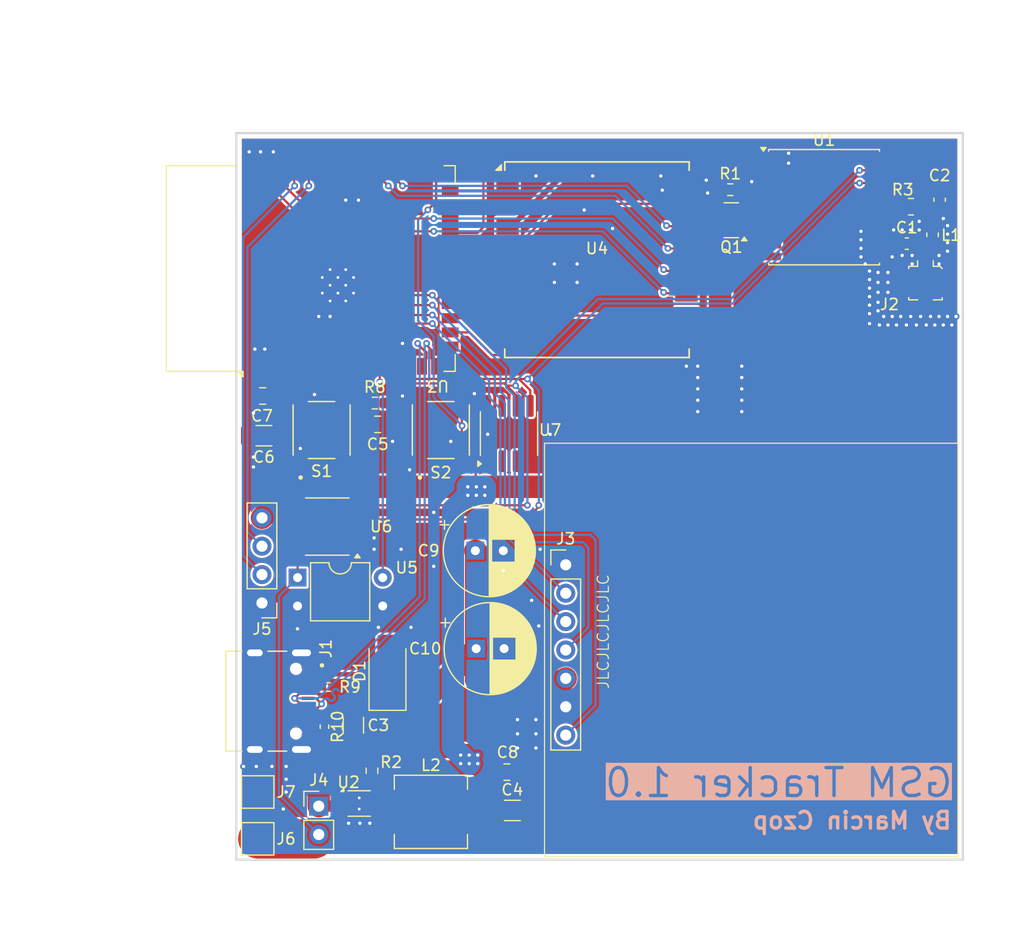
<source format=kicad_pcb>
(kicad_pcb (version 20240108) (generator "pcbnew") (generator_version "8.0")
  (layers (0 "F.Cu" signal) (31 "B.Cu" signal) (34 "B.Paste" user) (35 "F.Paste" user) (36 "B.SilkS" user "B.Silkscreen") (37 "F.SilkS" user "F.Silkscreen") (38 "B.Mask" user) (39 "F.Mask" user) (44 "Edge.Cuts" user))
  (net 0 "")
  (net 1 "Net-(J2-In)")
  (net 2 "Net-(U1-RF_IN)")
  (net 3 "Net-(C2-Pad1)")
  (net 4 "GND")
  (net 5 "+3V3")
  (net 6 "Net-(U3-EN)")
  (net 7 "USB-")
  (net 8 "USB+")
  (net 9 "Net-(J1-CC2)")
  (net 10 "Net-(J1-CC1)")
  (net 13 "Net-(U1-VCC_RF)")
  (net 14 "Net-(U3-IO0)")
  (net 17 "PPS")
  (net 18 "SDA")
  (net 20 "GPS_TX")
  (net 21 "SCL")
  (net 23 "GPS_RX")
  (net 25 "MOSI")
  (net 27 "SCK")
  (net 28 "Net-(J5-Pin_2)")
  (net 31 "NSS")
  (net 33 "RST")
  (net 34 "VIN")
  (net 35 "Net-(U2-SW)")
  (net 36 "Net-(U2-PG)")
  (net 37 "MISO")
  (net 40 "EXT_PWR")
  (net 41 "Net-(J5-Pin_3)")
  (net 42 "BSY")
  (net 44 "DIO1")
  (net 45 "GPS_SW")
  (net 46 "Net-(Q1-C)")
  (net 48 "GSM_TX")
  (net 49 "GSM_RX")
  (net 50 "VBAT")
  (net 51 "TXEN")
  (net 52 "DIO2")
  (net 53 "DIO3")
  (net 54 "Net-(D1-A)")
  (net 55 "RXEN")
  (net 62 "GSM_SLEEP")
  (net 63 "GSM_PWR")
  (footprint "Package_SON:WSON-8-1EP_2x2mm_P0.5mm_EP0.9x1.6mm_ThermalVias" (layer "F.Cu") (at 90.998 124.98)
    (property "Reference" "U2")
    (property "Value" "TPS62162DSG")
  )
  (footprint "Resistor_SMD:R_0603_1608Metric" (layer "F.Cu") (at 92.393 89.154)
    (property "Reference" "R8")
    (property "Value" "10K")
  )
  (footprint "Kicad:TestPoint_Pad_2.5x2.5mm" (layer "F.Cu") (at 81.915 123.952)
    (property "Reference" "J7")
    (property "Value" "GND")
  )
  (footprint "Inductor_SMD:L_0603_1608Metric" (layer "F.Cu") (at 142.291 74.1015 90)
    (property "Reference" "L1")
    (property "Value" "47n")
  )
  (footprint "Capacitor_SMD:C_1206_3216Metric" (layer "F.Cu") (at 82.472 92.075)
    (property "Reference" "C6")
    (property "Value" "47u")
  )
  (footprint "Resistor_SMD:R_0603_1608Metric" (layer "F.Cu") (at 124.194 70.063)
    (property "Reference" "R1")
    (property "Value" "100K")
  )
  (footprint "Package_SO:SOIC-8_3.9x4.9mm_P1.27mm" (layer "F.Cu") (at 88.138 100.203 180)
    (property "Reference" "U6")
    (property "Value" "INA219AxD")
  )
  (footprint "Resistor_SMD:R_0805_2012Metric" (layer "F.Cu") (at 140.3625 71.587 180)
    (property "Reference" "R3")
    (property "Value" "10")
  )
  (footprint "Kicad:TestPoint_Pad_2.5x2.5mm" (layer "F.Cu") (at 81.915 128.143)
    (property "Reference" "J6")
    (property "Value" "VIN")
  )
  (footprint "Connector_PinHeader_2.54mm:PinHeader_1x02_P2.54mm_Vertical" (layer "F.Cu") (at 87.376 125.217)
    (property "Reference" "J4")
    (property "Value" "Jumper")
  )
  (footprint "RF_GPS:ublox_MAX" (layer "F.Cu") (at 132.588 71.628)
    (property "Reference" "U1")
    (property "Value" "MAX-M10S")
  )
  (footprint "Resistor_SMD:R_0402_1005Metric" (layer "F.Cu") (at 87.886 118.11 -90)
    (property "Reference" "R10")
    (property "Value" "5.1k")
  )
  (footprint "Kicad:SW_TS-1187A-B-A-B" (layer "F.Cu") (at 98.298 91.567 90)
    (property "Reference" "S2")
    (property "Value" "TS-1187A-B-A-B")
  )
  (footprint "RF_Module:ESP32-S3-WROOM-1" (layer "F.Cu") (at 86.632 77.116 90)
    (property "Reference" "U3")
    (property "Value" "ESP32-S3-WROOM-1")
  )
  (footprint "Capacitor_SMD:C_0603_1608Metric" (layer "F.Cu") (at 142.926 70.965 90)
    (property "Reference" "C2")
    (property "Value" "47p")
  )
  (footprint "Kicad:SW_TS-1187A-B-A-B" (layer "F.Cu") (at 87.63 91.567 90)
    (property "Reference" "S1")
    (property "Value" "TS-1187A-B-A-B")
  )
  (footprint "Capacitor_SMD:C_1206_3216Metric" (layer "F.Cu") (at 90.473 117.983 -90)
    (property "Reference" "C3")
    (property "Value" "10u")
  )
  (footprint "Capacitor_SMD:C_0805_2012Metric" (layer "F.Cu") (at 82.357 88.519)
    (property "Reference" "C7")
    (property "Value" "1u")
  )
  (footprint "Connector_PinHeader_2.54mm:PinHeader_1x04_P2.54mm_Vertical" (layer "F.Cu") (at 82.296 107.041 180)
    (property "Reference" "J5")
    (property "Value" "UART")
  )
  (footprint "Diode_SMD:D_SMA" (layer "F.Cu") (at 93.5265 113.1345 90)
    (property "Reference" "D1")
    (property "Value" "SS14")
  )
  (footprint "RF_Module:Ai-Thinker-Ra-01-LoRa" (layer "F.Cu") (at 112.268 76.327)
    (property "Reference" "U4")
    (property "Value" "Ai-Thinker-Ra-01")
  )
  (footprint "Kicad:HRO_TYPE-C-31-M-12" (layer "F.Cu") (at 81.661 115.824 -90)
    (property "Reference" "J1")
    (property "Value" "TYPE-C-31-M-12")
  )
  (footprint "Capacitor_SMD:C_0603_1608Metric" (layer "F.Cu") (at 139.992 74.889)
    (property "Reference" "C1")
    (property "Value" "47p")
  )
  (footprint "Capacitor_THT:CP_Radial_D8.0mm_P2.50mm" (layer "F.Cu") (at 101.386 102.362)
    (property "Reference" "C9")
    (property "Value" "1000uF_25V")
  )
  (footprint "Capacitor_THT:CP_Radial_D8.0mm_P2.50mm" (layer "F.Cu") (at 101.463349 111.125)
    (property "Reference" "C10")
    (property "Value" "1000uF_25V")
  )
  (footprint "Inductor_SMD:L_Vishay_IHLP-2525" (layer "F.Cu") (at 97.409 125.73)
    (property "Reference" "L2")
    (property "Value" "3.3u")
  )
  (footprint "Connector_Coaxial:U.FL_Molex_MCRF_73412-0110_Vertical" (layer "F.Cu") (at 141.656 78.421 180)
    (property "Reference" "J2")
    (property "Value" "Conn_Coaxial_Small")
  )
  (footprint "Package_TO_SOT_SMD:SOT-23" (layer "F.Cu") (at 124.2845 72.796 180)
    (property "Reference" "Q1")
    (property "Value" "MMBT5401")
  )
  (footprint "Capacitor_SMD:C_0805_2012Metric" (layer "F.Cu") (at 104.206 122.174 180)
    (property "Reference" "C8")
    (property "Value" "1u")
  )
  (footprint "Capacitor_SMD:C_1206_3216Metric" (layer "F.Cu") (at 104.697 125.603)
    (property "Reference" "C4")
    (property "Value" "47u")
  )
  (footprint "Resistor_SMD:R_0603_1608Metric" (layer "F.Cu") (at 92.138 122.047 -90)
    (property "Reference" "R2")
    (property "Value" "100K")
  )
  (footprint "Connector_PinHeader_2.54mm:PinHeader_1x07_P2.54mm_Vertical" (layer "F.Cu") (at 109.474 103.627)
    (property "Reference" "J3")
    (property "Value" "SIM7670")
  )
  (footprint "Capacitor_SMD:C_0805_2012Metric" (layer "F.Cu") (at 92.649 91.059)
    (property "Reference" "C5")
    (property "Value" "1u")
  )
  (footprint "Package_SO:SOIC-8_3.9x4.9mm_P1.27mm" (layer "F.Cu") (at 104.397 91.883 90)
    (property "Reference" "U7")
    (property "Value" "FM24CL16B")
  )
  (footprint "Package_DIP:DIP-4_W7.62mm" (layer "F.Cu") (at 85.481 104.77)
    (property "Reference" "U5")
    (property "Value" "PC817")
  )
  (footprint "Resistor_SMD:R_0402_1005Metric" (layer "F.Cu") (at 88.265 114.556)
    (property "Reference" "R9")
    (property "Value" "5.1k")
  )
  (gr_line (start 107.574 92.747) (end 144.574 92.747) (stroke (width 0.1)) (layer "F.SilkS"))
  (gr_line (start 107.574 129.747) (end 107.574 92.747) (stroke (width 0.1)) (layer "F.SilkS"))
  (gr_line (start 144.574 92.747) (end 144.574 129.747) (stroke (width 0.1)) (layer "F.SilkS"))
  (gr_line (start 144.574 129.747) (end 107.574 129.747) (stroke (width 0.1)) (layer "F.SilkS"))
  (gr_line (start 80 65) (end 80 130) (stroke (width 0.2)) (layer "Edge.Cuts"))
  (gr_line (start 145 130) (end 145 65) (stroke (width 0.2)) (layer "Edge.Cuts"))
  (gr_line (start 80 130) (end 145 130) (stroke (width 0.2)) (layer "Edge.Cuts"))
  (gr_line (start 145 65) (end 80 65) (stroke (width 0.2)) (layer "Edge.Cuts"))
  (gr_text "By Marcin Czop" (at 144.145 127.381 0) (layer "B.SilkS") (effects (font (size 1.5 1.5) (thickness 0.3) (bold yes)) (justify left bottom mirror)))
  (gr_text "GSM Tracker 1.0" (at 144.272 124.587 0) (layer "B.SilkS" knockout) (effects (font (size 2.5 2.5) (thickness 0.3) (bold yes)) (justify left bottom mirror)))
  (gr_text "JLCJLCJLCJLC" (at 113.411 114.808 90) (layer "F.SilkS") (effects (font (size 1 1) (thickness 0.1)) (justify left bottom)))
  (segment (start 141.656 74.981) (end 141.564 74.889) (width 1.5) (layer "F.Cu") (net 1))
  (segment (start 141.564 74.889) (end 140.767 74.889) (width 1.5) (layer "F.Cu") (net 1))
  (segment (start 141.564 74.889) (end 142.291 74.889) (width 1.5) (layer "F.Cu") (net 1))
  (segment (start 141.656 76.921) (end 141.656 74.981) (width 1.5) (layer "F.Cu") (net 1))
  (segment (start 139.217 74.889) (end 137.377 74.889) (width 1) (layer "F.Cu") (net 2))
  (segment (start 137.377 74.889) (end 137.338 74.928) (width 0.2) (layer "F.Cu") (net 2))
  (segment (start 142.291 73.314) (end 142.291 72.375) (width 1) (layer "F.Cu") (net 3))
  (segment (start 142.773 71.587) (end 142.926 71.74) (width 0.2) (layer "F.Cu") (net 3))
  (segment (start 142.291 73.314) (end 142.291 72.603) (width 1) (layer "F.Cu") (net 3))
  (segment (start 142.291 72.375) (end 142.926 71.74) (width 1) (layer "F.Cu") (net 3))
  (segment (start 141.275 71.587) (end 142.773 71.587) (width 1) (layer "F.Cu") (net 3))
  (segment (start 142.291 72.603) (end 141.275 71.587) (width 1) (layer "F.Cu") (net 3))
  (via (at 137.414 79.248) (size 0.6) (drill 0.3) (layers "F.Cu" "B.Cu") (net 4))
  (via (at 121.285 86.868) (size 0.6) (drill 0.3) (layers "F.Cu" "B.Cu") (net 4))
  (via (at 97.663 103.759) (size 0.6) (drill 0.3) (layers "F.Cu" "B.Cu") (net 4))
  (via (at 121.285 87.884) (size 0.6) (drill 0.3) (layers "F.Cu" "B.Cu") (net 4))
  (via (at 143.637 73.279) (size 0.6) (drill 0.3) (layers "F.Cu" "B.Cu") (net 4))
  (via (at 137.414 78.359) (size 0.6) (drill 0.3) (layers "F.Cu" "B.Cu") (net 4))
  (via (at 139.573 73.66) (size 0.6) (drill 0.3) (layers "F.Cu" "B.Cu") (net 4))
  (via (at 139.573 75.946) (size 0.6) (drill 0.3) (layers "F.Cu" "B.Cu") (net 4))
  (via (at 108.458 78.359) (size 0.6) (drill 0.3) (layers "F.Cu" "B.Cu") (net 4))
  (via (at 91.948 126.746) (size 0.6) (drill 0.3) (layers "F.Cu" "B.Cu") (net 4))
  (via (at 140.335 73.66) (size 0.6) (drill 0.3) (layers "F.Cu" "B.Cu") (net 4))
  (via (at 140.462 76.708) (size 0.6) (drill 0.3) (layers "F.Cu" "B.Cu") (net 4))
  (via (at 143.637 81.407) (size 0.6) (drill 0.3) (layers "F.Cu" "B.Cu") (net 4))
  (via (at 81.153 66.675) (size 0.6) (drill 0.3) (layers "F.Cu" "B.Cu") (net 4))
  (via (at 105.156 118.745) (size 0.6) (drill 0.3) (layers "F.Cu" "B.Cu") (net 4))
  (via (at 143.637 75.565) (size 0.6) (drill 0.3) (layers "F.Cu" "B.Cu") (net 4))
  (via (at 136.652 78.867) (size 0.6) (drill 0.3) (layers "F.Cu" "B.Cu") (net 4))
  (via (at 84.455 121.666) (size 0.6) (drill 0.3) (layers "F.Cu" "B.Cu") (net 4))
  (via (at 125.222 87.884) (size 0.6) (drill 0.3) (layers "F.Cu" "B.Cu") (net 4))
  (via (at 85.725 93.218) (size 0.6) (drill 0.3) (layers "F.Cu" "B.Cu") (net 4))
  (via (at 95.504 95.123) (size 0.6) (drill 0.3) (layers "F.Cu" "B.Cu") (net 4))
  (via (at 137.414 77.47) (size 0.6) (drill 0.3) (layers "F.Cu" "B.Cu") (net 4))
  (via (at 136.652 80.391) (size 0.6) (drill 0.3) (layers "F.Cu" "B.Cu") (net 4))
  (via (at 106.807 118.745) (size 0.6) (drill 0.3) (layers "F.Cu" "B.Cu") (net 4))
  (via (at 82.55 84.328) (size 0.6) (drill 0.3) (layers "F.Cu" "B.Cu") (net 4))
  (via (at 82.169 66.675) (size 0.6) (drill 0.3) (layers "F.Cu" "B.Cu") (net 4))
  (via (at 142.113 81.407) (size 0.6) (drill 0.3) (layers "F.Cu" "B.Cu") (net 4))
  (via (at 94.869 83.82) (size 0.6) (drill 0.3) (layers "F.Cu" "B.Cu") (net 4))
  (via (at 92.71 109.22) (size 0.6) (drill 0.3) (layers "F.Cu" "B.Cu") (net 4))
  (via (at 97.663 98.933) (size 0.6) (drill 0.3) (layers "F.Cu" "B.Cu") (net 4))
  (via (at 111.887 68.834) (size 0.6) (drill 0.3) (layers "F.Cu" "B.Cu") (net 4))
  (via (at 138.811 73.66) (size 0.6) (drill 0.3) (layers "F.Cu" "B.Cu") (net 4))
  (via (at 136.652 77.343) (size 0.6) (drill 0.3) (layers "F.Cu" "B.Cu") (net 4))
  (via (at 94.742 102.235) (size 0.6) (drill 0.3) (layers "F.Cu" "B.Cu") (net 4))
  (via (at 144.018 82.169) (size 0.6) (drill 0.3) (layers "F.Cu" "B.Cu") (net 4))
  (via (at 88.392 81.407) (size 0.6) (drill 0.3) (layers "F.Cu" "B.Cu") (net 4))
  (via (at 108.458 76.708) (size 0.6) (drill 0.3) (layers "F.Cu" "B.Cu") (net 4))
  (via (at 142.494 82.169) (size 0.6) (drill 0.3) (layers "F.Cu" "B.Cu") (net 4))
  (via (at 143.256 72.644) (size 0.6) (drill 0.3) (layers "F.Cu" "B.Cu") (net 4))
  (via (at 118.11 70.104) (size 0.6) (drill 0.3) (layers "F.Cu" "B.Cu") (net 4))
  (via (at 113.665 73.533) (size 0.6) (drill 0.3) (layers "F.Cu" "B.Cu") (net 4))
  (via (at 141.097 72.898) (size 0.6) (drill 0.3) (layers "F.Cu" "B.Cu") (net 4))
  (via (at 140.462 75.946) (size 0.6) (drill 0.3) (layers "F.Cu" "B.Cu") (net 4))
  (via (at 142.875 75.946) (size 0.6) (drill 0.3) (layers "F.Cu" "B.Cu") (net 4))
  (via (at 125.222 88.9) (size 0.6) (drill 0.3) (layers "F.Cu" "B.Cu") (net 4))
  (via (at 141.732 82.169) (size 0.6) (drill 0.3) (layers "F.Cu" "B.Cu") (net 4))
  (via (at 111.125 71.882) (size 0.6) (drill 0.3) (layers "F.Cu" "B.Cu") (net 4))
  (via (at 83.185 121.666) (size 0.6) (drill 0.3) (layers "F.Cu" "B.Cu") (net 4))
  (via (at 143.256 82.169) (size 0.6) (drill 0.3) (layers "F.Cu" "B.Cu") (net 4))
  (via (at 94.869 88.519) (size 0.6) (drill 0.3) (layers "F.Cu" "B.Cu") (net 4))
  (via (at 143.637 74.803) (size 0.6) (drill 0.3) (layers "F.Cu" "B.Cu") (net 4))
  (via (at 138.303 79.248) (size 0.6) (drill 0.3) (layers "F.Cu" "B.Cu") (net 4))
  (via (at 80.645 121.666) (size 0.6) (drill 0.3) (layers "F.Cu" "B.Cu") (net 4))
  (via (at 106.807 117.475) (size 0.6) (drill 0.3) (layers "F.Cu" "B.Cu") (net 4))
  (via (at 85.471 109.347) (size 0.6) (drill 0.3) (layers "F.Cu" "B.Cu") (net 4))
  (via (at 92.329 101.219) (size 0.6) (drill 0.3) (layers "F.Cu" "B.Cu") (net 4))
  (via (at 81.788 121.666) (size 0.6) (drill 0.3) (layers "F.Cu" "B.Cu") (net 4))
  (via (at 135.89 75.311) (size 0.6) (drill 0.3) (layers "F.Cu" "B.Cu") (net 4))
  (via (at 91.059 126.746) (size 0.6) (drill 0.3) (layers "F.Cu" "B.Cu") (net 4))
  (via (at 84.455 123.952) (size 0.6) (drill 0.3) (layers "F.Cu" "B.Cu") (net 4))
  (via (at 141.097 73.66) (size 0.6) (drill 0.3) (layers "F.Cu" "B.Cu") (net 4))
  (via (at 107.188 102.235) (size 0.6) (drill 0.3) (layers "F.Cu" "B.Cu") (net 4))
  (via (at 84.201 125.476) (size 0.6) (drill 0.3) (layers "F.Cu" "B.Cu") (net 4))
  (via (at 125.222 86.868) (size 0.6) (drill 0.3) (layers "F.Cu" "B.Cu") (net 4))
  (via (at 125.222 89.916) (size 0.6) (drill 0.3) (layers "F.Cu" "B.Cu") (net 4))
  (via (at 138.303 77.47) (size 0.6) (drill 0.3) (layers "F.Cu" "B.Cu") (net 4))
  (via (at 105.156 117.475) (size 0.6) (drill 0.3) (layers "F.Cu" "B.Cu") (net 4))
  (via (at 121.285 85.852) (size 0.6) (drill 0.3) (layers "F.Cu" "B.Cu") (net 4))
  (via (at 84.455 122.809) (size 0.6) (drill 0.3) (layers "F.Cu" "B.Cu") (net 4))
  (via (at 129.413 67.691) (size 0.6) (drill 0.3) (layers "F.Cu" "B.Cu") (net 4))
  (via (at 110.49 78.359) (size 0.6) (drill 0.3) (layers "F.Cu" "B.Cu") (net 4))
  (via (at 106.807 120.015) (size 0.6) (drill 0.3) (layers "F.Cu" "B.Cu") (net 4))
  (via (at 142.875 76.708) (size 0.6) (drill 0.3) (layers "F.Cu" "B.Cu") (net 4))
  (via (at 81.534 93.98) (size 0.6) (drill 0.3) (layers "F.Cu" "B.Cu") (net 4))
  (via (at 83.312 66.675) (size 0.6) (drill 0.3) (layers "F.Cu" "B.Cu") (net 4))
  (via (at 120.269 85.852) (size 0.6) (drill 0.3) (layers "F.Cu" "B.Cu") (net 4))
  (via (at 138.684 81.407) (size 0.6) (drill 0.3) (layers "F.Cu" "B.Cu") (net 4))
  (via (at 86.995 88.392) (size 0.6) (drill 0.3) (layers "F.Cu" "B.Cu") (net 4))
  (via (at 110.49 76.708) (size 0.6) (drill 0.3) (layers "F.Cu" "B.Cu") (net 4))
  (via (at 136.652 79.629) (size 0.6) (drill 0.3) (layers "F.Cu" "B.Cu") (net 4))
  (via (at 102.489 91.948) (size 0.6) (drill 0.3) (layers "F.Cu" "B.Cu") (net 4))
  (via (at 122.174 70.358) (size 0.6) (drill 0.3) (layers "F.Cu" "B.Cu") (net 4))
  (via (at 135.89 76.073) (size 0.6) (drill 0.3) (layers "F.Cu" "B.Cu") (net 4))
  (via (at 107.061 109.093) (size 0.6) (drill 0.3) (layers "F.Cu" "B.Cu") (net 4))
  (via (at 126.111 69.342) (size 0.6) (drill 0.3) (layers "F.Cu" "B.Cu") (net 4))
  (via (at 125.222 85.852) (size 0.6) (drill 0.3) (layers "F.Cu" "B.Cu") (net 4))
  (via (at 137.922 81.407) (size 0.6) (drill 0.3) (layers "F.Cu" "B.Cu") (net 4))
  (via (at 143.637 74.041) (size 0.6) (drill 0.3) (layers "F.Cu" "B.Cu") (net 4))
  (via (at 142.875 81.407) (size 0.6) (drill 0.3) (layers "F.Cu" "B.Cu") (net 4))
  (via (at 141.224 81.407) (size 0.6) (drill 0.3) (layers "F.Cu" "B.Cu") (net 4))
  (via (at 136.271 76.708) (size 0.6) (drill 0.3) (layers "F.Cu" "B.Cu") (net 4))
  (via (at 136.652 82.042) (size 0.6) (drill 0.3) (layers "F.Cu" "B.Cu") (net 4))
  (via (at 135.89 74.549) (size 0.6) (drill 0.3) (layers "F.Cu" "B.Cu") (net 4))
  (via (at 81.534 94.869) (size 0.6) (drill 0.3) (layers "F.Cu" "B.Cu") (net 4))
  (via (at 81.534 90.043) (size 0.6) (drill 0.3) (layers "F.Cu" "B.Cu") (net 4))
  (via (at 139.954 82.169) (size 0.6) (drill 0.3) (layers "F.Cu" "B.Cu") (net 4))
  (via (at 140.335 81.407) (size 0.6) (drill 0.3) (layers "F.Cu" "B.Cu") (net 4))
  (via (at 103.886 104.14) (size 0.6) (drill 0.3) (layers "F.Cu" "B.Cu") (net 4))
  (via (at 92.329 102.235) (size 0.6) (drill 0.3) (layers "F.Cu" "B.Cu") (net 4))
  (via (at 137.414 80.899) (size 0.6) (drill 0.3) (layers "F.Cu" "B.Cu") (net 4))
  (via (at 117.983 68.834) (size 0.6) (drill 0.3) (layers "F.Cu" "B.Cu") (net 4))
  (via (at 90.932 70.993) (size 0.6) (drill 0.3) (layers "F.Cu" "B.Cu") (net 4))
  (via (at 121.285 89.916) (size 0.6) (drill 0.3) (layers "F.Cu" "B.Cu") (net 4))
  (via (at 106.807 68.834) (size 0.6) (drill 0.3) (layers "F.Cu" "B.Cu") (net 4))
  (via (at 139.065 82.169) (size 0.6) (drill 0.3) (layers "F.Cu" "B.Cu") (net 4))
  (via (at 137.541 82.169) (size 0.6) (drill 0.3) (layers "F.Cu" "B.Cu") (net 4))
  (via (at 93.98 92.583) (size 0.6) (drill 0.3) (layers "F.Cu" "B.Cu") (net 4))
  (via (at 136.652 78.105) (size 0.6) (drill 0.3) (layers "F.Cu" "B.Cu") (net 4))
  (via (at 139.446 81.407) (size 0.6) (drill 0.3) (layers "F.Cu" "B.Cu") (net 4))
  (via (at 90.043 126.746) (size 0.6) (drill 0.3) (layers "F.Cu" "B.Cu") (net 4))
  (via (at 137.414 80.137) (size 0.6) (drill 0.3) (layers "F.Cu" "B.Cu") (net 4))
  (via (at 101.3 88.31) (size 0.6) (drill 0.3) (layers "F.Cu" "B.Cu") (net 4))
  (via (at 108.077 91.948) (size 0.6) (drill 0.3) (layers "F.Cu" "B.Cu") (net 4))
  (via (at 122.047 69.215) (size 0.6) (drill 0.3) (layers "F.Cu" "B.Cu") (net 4))
  (via (at 89.789 70.993) (size 0.6) (drill 0.3) (layers "F.Cu" "B.Cu") (net 4))
  (via (at 106.426 106.807) (size 0.6) (drill 0.3) (layers "F.Cu" "B.Cu") (net 4))
  (via (at 138.303 82.169) (size 0.6) (drill 0.3) (layers "F.Cu" "B.Cu") (net 4))
  (via (at 95.631 109.22) (size 0.6) (drill 0.3) (layers "F.Cu" "B.Cu") (net 4))
  (via (at 81.661 84.328) (size 0.6) (drill 0.3) (layers "F.Cu" "B.Cu") (net 4))
  (via (at 99.187 92.583) (size 0.6) (drill 0.3) (layers "F.Cu" "B.Cu") (net 4))
  (via (at 105.156 120.015) (size 0.6) (drill 0.3) (layers "F.Cu" "B.Cu") (net 4))
  (via (at 129.413 66.802) (size 0.6) (drill 0.3) (layers "F.Cu" "B.Cu") (net 4))
  (via (at 138.303 78.359) (size 0.6) (drill 0.3) (layers "F.Cu" "B.Cu") (net 4))
  (via (at 87.376 81.407) (size 0.6) (drill 0.3) (layers "F.Cu" "B.Cu") (net 4))
  (via (at 121.285 88.9) (size 0.6) (drill 0.3) (layers "F.Cu" "B.Cu") (net 4))
  (via (at 136.652 81.153) (size 0.6) (drill 0.3) (layers "F.Cu" "B.Cu") (net 4))
  (via (at 135.89 73.787) (size 0.6) (drill 0.3) (layers "F.Cu" "B.Cu") (net 4))
  (via (at 138.684 76.073) (size 0.6) (drill 0.3) (layers "F.Cu" "B.Cu") (net 4))
  (via (at 144.399 81.407) (size 0.6) (drill 0.3) (layers "F.Cu" "B.Cu") (net 4))
  (via (at 140.843 82.169) (size 0.6) (drill 0.3) (layers "F.Cu" "B.Cu") (net 4))
  (segment (start 106.426 96.647) (end 118.872 96.647) (width 2) (layer "F.Cu") (net 5))
  (segment (start 118.872 96.647) (end 123.2845 92.2345) (width 2) (layer "F.Cu") (net 5))
  (segment (start 123.347 72.796) (end 123.347 73.249052) (width 0.2) (layer "F.Cu") (net 5))
  (segment (start 121.92 67.818) (end 123.369 69.267) (width 0.5) (layer "F.Cu") (net 5))
  (segment (start 123.369 69.267) (end 123.369 70.063) (width 0.5) (layer "F.Cu") (net 5))
  (segment (start 85.979 96.647) (end 84.56 96.647) (width 2) (layer "F.Cu") (net 5))
  (segment (start 85.07 97.705) (end 85.07 96.647) (width 0.2) (layer "F.Cu") (net 5))
  (segment (start 101.418 95.83) (end 102.235 96.647) (width 0.2) (layer "F.Cu") (net 5))
  (segment (start 101.6 121.412) (end 100.838 121.412) (width 2) (layer "F.Cu") (net 5))
  (segment (start 91.948 125.23) (end 92.212386 125.23) (width 0.2) (layer "F.Cu") (net 5))
  (segment (start 123.347 73.249052) (end 126.125948 76.028) (width 0.2) (layer "F.Cu") (net 5))
  (segment (start 123.369 70.41) (end 123.347 70.432) (width 0.2) (layer "F.Cu") (net 5))
  (segment (start 100.33 125.73) (end 103.095 125.73) (width 2) (layer "F.Cu") (net 5))
  (segment (start 103.222 122.208) (end 103.256 122.174) (width 2) (layer "F.Cu") (net 5))
  (segment (start 82.642 85.866) (end 82.642 87.854) (width 0.5) (layer "F.Cu") (net 5))
  (segment (start 83.947 92.075) (end 83.947 89.159) (width 2) (layer "F.Cu") (net 5))
  (segment (start 92.583 127.381) (end 92.9465 127.7445) (width 0.2) (layer "F.Cu") (net 5))
  (segment (start 99.886 121.222) (end 100.076 121.412) (width 0.2) (layer "F.Cu") (net 5))
  (segment (start 123.369 70.063) (end 123.369 70.41) (width 0.2) (layer "F.Cu") (net 5))
  (segment (start 101.6 121.412) (end 100.076 121.412) (width 2) (layer "F.Cu") (net 5))
  (segment (start 85.979 96.647) (end 85.07 96.647) (width 2) (layer "F.Cu") (net 5))
  (segment (start 92.9465 127.7445) (end 98.3155 127.7445) (width 0.2) (layer "F.Cu") (net 5))
  (segment (start 101.418 90.482) (end 101.418 95.83) (width 0.2) (layer "F.Cu") (net 5))
  (segment (start 92.583 125.600614) (end 92.583 127.381) (width 0.2) (layer "F.Cu") (net 5))
  (segment (start 123.347 70.432) (end 123.347 72.796) (width 0.5) (layer "F.Cu") (net 5))
  (segment (start 84.56 96.647) (end 83.947 96.034) (width 2) (layer "F.Cu") (net 5))
  (segment (start 110.127 67.818) (end 121.92 67.818) (width 0.5) (layer "F.Cu") (net 5))
  (segment (start 93.218 89.154) (end 94.869 90.805) (width 0.2) (layer "F.Cu") (net 5))
  (segment (start 104.268 73.327) (end 104.618 73.327) (width 0.2) (layer "F.Cu") (net 5))
  (segment (start 85.07 96.647) (end 82.296 99.421) (width 2) (layer "F.Cu") (net 5))
  (segment (start 123.2845 72.8585) (end 123.347 72.796) (width 2) (layer "F.Cu") (net 5))
  (segment (start 127.77 72.796) (end 127.838 72.728) (width 0.2) (layer "F.Cu") (net 5))
  (segment (start 100.076 120.65) (end 101.6 120.65) (width 2) (layer "F.Cu") (net 5))
  (segment (start 123.2845 92.2345) (end 123.2845 72.8585) (width 2) (layer "F.Cu") (net 5))
  (segment (start 104.618 73.327) (end 110.127 67.818) (width 0.5) (layer "F.Cu") (net 5))
  (segment (start 103.095 125.73) (end 103.222 125.603) (width 2) (layer "F.Cu") (net 5))
  (segment (start 123.347 72.796) (end 127.77 72.796) (width 0.2) (layer "F.Cu") (net 5))
  (segment (start 92.212386 125.23) (end 92.583 125.600614) (width 0.2) (layer "F.Cu") (net 5))
  (segment (start 100.838 121.412) (end 100.076 120.65) (width 2) (layer "F.Cu") (net 5))
  (segment (start 102.492 89.408) (end 101.418 90.482) (width 0.2) (layer "F.Cu") (net 5))
  (segment (start 103.222 125.603) (end 103.222 122.208) (width 2) (layer "F.Cu") (net 5))
  (segment (start 126.125948 76.028) (end 127.838 76.028) (width 0.2) (layer "F.Cu") (net 5))
  (segment (start 94.869 96.647) (end 85.979 96.647) (width 2) (layer "F.Cu") (net 5))
  (segment (start 102.362 122.174) (end 101.6 121.412) (width 2) (layer "F.Cu") (net 5))
  (segment (start 98.3155 127.7445) (end 100.33 125.73) (width 0.2) (layer "F.Cu") (net 5))
  (segment (start 102.235 96.647) (end 106.426 96.647) (width 2) (layer "F.Cu") (net 5))
  (segment (start 83.947 96.034) (end 83.947 92.075) (width 2) (layer "F.Cu") (net 5))
  (segment (start 100.711 96.647) (end 94.869 96.647) (width 2) (layer "F.Cu") (net 5))
  (segment (start 83.947 89.159) (end 83.307 88.519) (width 2) (layer "F.Cu") (net 5))
  (segment (start 103.256 122.174) (end 102.362 122.174) (width 2) (layer "F.Cu") (net 5))
  (segment (start 94.869 90.805) (end 94.869 96.647) (width 0.2) (layer "F.Cu") (net 5))
  (segment (start 82.642 87.854) (end 83.307 88.519) (width 0.5) (layer "F.Cu") (net 5))
  (segment (start 85.663 98.298) (end 85.07 97.705) (width 0.2) (layer "F.Cu") (net 5))
  (segment (start 92.138 121.222) (end 99.886 121.222) (width 0.2) (layer "F.Cu") (net 5))
  (via (at 100.711 96.647) (size 0.6) (drill 0.3) (layers "F.Cu" "B.Cu") (net 5))
  (via (at 102.235 97.409) (size 0.6) (drill 0.3) (layers "F.Cu" "B.Cu") (net 5))
  (via (at 100.838 121.412) (size 0.6) (drill 0.3) (layers "F.Cu" "B.Cu") (net 5))
  (via (at 101.473 97.409) (size 0.6) (drill 0.3) (layers "F.Cu" "B.Cu") (net 5))
  (via (at 100.838 120.65) (size 0.6) (drill 0.3) (layers "F.Cu" "B.Cu") (net 5))
  (via (at 100.076 120.65) (size 0.6) (drill 0.3) (layers "F.Cu" "B.Cu") (net 5))
  (via (at 100.076 121.412) (size 0.6) (drill 0.3) (layers "F.Cu" "B.Cu") (net 5))
  (via (at 100.711 97.409) (size 0.6) (drill 0.3) (layers "F.Cu" "B.Cu") (net 5))
  (via (at 101.6 120.65) (size 0.6) (drill 0.3) (layers "F.Cu" "B.Cu") (net 5))
  (via (at 101.473 96.647) (size 0.6) (drill 0.3) (layers "F.Cu" "B.Cu") (net 5))
  (via (at 102.235 96.647) (size 0.6) (drill 0.3) (layers "F.Cu" "B.Cu") (net 5))
  (via (at 101.6 121.412) (size 0.6) (drill 0.3) (layers "F.Cu" "B.Cu") (net 5))
  (segment (start 100.838 121.412) (end 99.386 119.96) (width 2) (layer "B.Cu") (net 5))
  (segment (start 102.235 96.647) (end 100.711 96.647) (width 2) (layer "B.Cu") (net 5))
  (segment (start 99.386 119.96) (end 99.386 98.734) (width 2) (layer "B.Cu") (net 5))
  (segment (start 100.711 97.409) (end 102.235 97.409) (width 2) (layer "B.Cu") (net 5))
  (segment (start 99.386 98.734) (end 100.711 97.409) (width 2) (layer "B.Cu") (net 5))
  (segment (start 102.235 97.409) (end 102.235 96.647) (width 2) (layer "B.Cu") (net 5))
  (segment (start 84.425 87.219) (end 83.912 86.706) (width 0.2) (layer "F.Cu") (net 6))
  (segment (start 89.505 93.253) (end 91.699 91.059) (width 0.2) (layer "F.Cu") (net 6))
  (segment (start 91.568 89.154) (end 90.092 89.154) (width 0.2) (layer "F.Cu") (net 6))
  (segment (start 91.699 91.059) (end 91.699 89.285) (width 0.2) (layer "F.Cu") (net 6))
  (segment (start 90.092 89.154) (end 89.505 88.567) (width 0.2) (layer "F.Cu") (net 6))
  (segment (start 89.505 88.567) (end 88.157 87.219) (width 0.2) (layer "F.Cu") (net 6))
  (segment (start 89.505 94.567) (end 89.505 93.253) (width 0.2) (layer "F.Cu") (net 6))
  (segment (start 88.157 87.219) (end 84.425 87.219) (width 0.2) (layer "F.Cu") (net 6))
  (segment (start 83.912 86.706) (end 83.912 85.866) (width 0.2) (layer "F.Cu") (net 6))
  (segment (start 89.505 93.253) (end 89.505 88.567) (width 0.2) (layer "F.Cu") (net 6))
  (segment (start 91.699 89.285) (end 91.568 89.154) (width 0.2) (layer "F.Cu") (net 6))
  (segment (start 96.428 84.068529) (end 96.779471 84.42) (width 0.2) (layer "F.Cu") (net 7))
  (segment (start 97.022 84.611626) (end 97.022 85.156) (width 0.2) (layer "F.Cu") (net 7))
  (segment (start 96.228001 83.817627) (end 96.428 84.017626) (width 0.2) (layer "F.Cu") (net 7))
  (segment (start 97.022 85.156) (end 96.612 85.566) (width 0.2) (layer "F.Cu") (net 7))
  (segment (start 86.411 115.074) (end 85.713 115.074) (width 0.2) (layer "F.Cu") (net 7))
  (segment (start 96.612 85.566) (end 96.612 85.866) (width 0.2) (layer "F.Cu") (net 7))
  (segment (start 85.721 116.074) (end 85.217 115.57) (width 0.2) (layer "F.Cu") (net 7))
  (segment (start 96.830374 84.42) (end 97.022 84.611626) (width 0.2) (layer "F.Cu") (net 7))
  (segment (start 96.779471 84.42) (end 96.830374 84.42) (width 0.2) (layer "F.Cu") (net 7))
  (segment (start 96.428 84.017626) (end 96.428 84.068529) (width 0.2) (layer "F.Cu") (net 7))
  (segment (start 86.411 116.074) (end 85.721 116.074) (width 0.2) (layer "F.Cu") (net 7))
  (segment (start 85.713 115.074) (end 85.217 115.57) (width 0.2) (layer "F.Cu") (net 7))
  (via (at 96.228001 83.817627) (size 0.6) (drill 0.3) (layers "F.Cu" "B.Cu") (net 7))
  (via (at 85.217 115.57) (size 0.6) (drill 0.3) (layers "F.Cu" "B.Cu") (net 7))
  (segment (start 96.404186 83.993812) (end 96.404186 106.477615) (width 0.2) (layer "B.Cu") (net 7))
  (segment (start 96.228001 83.817627) (end 96.404186 83.993812) (width 0.2) (layer "B.Cu") (net 7))
  (segment (start 87.311801 115.57) (end 85.217 115.57) (width 0.2) (layer "B.Cu") (net 7))
  (segment (start 96.404186 106.477615) (end 87.311801 115.57) (width 0.2) (layer "B.Cu") (net 7))
  (segment (start 97.028 83.82) (end 97.028 83.981229) (width 0.2) (layer "F.Cu") (net 8))
  (segment (start 97.882 85.566) (end 97.882 85.866) (width 0.2) (layer "F.Cu") (net 8))
  (segment (start 97.472 84.425229) (end 97.472 85.156) (width 0.2) (layer "F.Cu") (net 8))
  (segment (start 97.472 85.156) (end 97.882 85.566) (width 0.2) (layer "F.Cu") (net 8))
  (segment (start 86.411 115.574) (end 87.126 115.574) (width 0.2) (layer "F.Cu") (net 8))
  (segment (start 97.028 83.981229) (end 97.472 84.425229) (width 0.2) (layer "F.Cu") (net 8))
  (segment (start 87.126 115.574) (end 87.63 116.078) (width 0.2) (layer "F.Cu") (net 8))
  (segment (start 86.411 116.574) (end 87.134 116.574) (width 0.2) (layer "F.Cu") (net 8))
  (segment (start 87.134 116.574) (end 87.63 116.078) (width 0.2) (layer "F.Cu") (net 8))
  (via (at 97.028 83.82) (size 0.6) (drill 0.3) (layers "F.Cu" "B.Cu") (net 8))
  (via (at 87.63 116.078) (size 0.6) (drill 0.3) (layers "F.Cu" "B.Cu") (net 8))
  (segment (start 88.75494 115.320778) (end 88.645884 115.211722) (width 0.2) (layer "B.Cu") (net 8))
  (segment (start 88.730739 114.787459) (end 88.73074 114.787459) (width 0.2) (layer "B.Cu") (net 8))
  (segment (start 89.753912 113.764287) (end 96.854188 106.664011) (width 0.2) (layer "B.Cu") (net 8))
  (segment (start 89.579268 113.93893) (end 89.753912 113.764287) (width 0.2) (layer "B.Cu") (net 8))
  (segment (start 87.63 115.888199) (end 87.882211 115.635988) (width 0.2) (layer "B.Cu") (net 8))
  (segment (start 96.854188 106.664011) (end 96.854188 83.993812) (width 0.2) (layer "B.Cu") (net 8))
  (segment (start 89.518583 114.89648) (end 89.603435 114.811627) (width 0.2) (layer "B.Cu") (net 8))
  (segment (start 88.645884 114.872311) (end 88.730739 114.787459) (width 0.2) (layer "B.Cu") (net 8))
  (segment (start 89.494413 114.023782) (end 89.579268 113.93893) (width 0.2) (layer "B.Cu") (net 8))
  (segment (start 89.603435 114.472215) (end 89.494413 114.363193) (width 0.2) (layer "B.Cu") (net 8))
  (segment (start 88.221622 115.635988) (end 88.330677 115.745043) (width 0.2) (layer "B.Cu") (net 8))
  (segment (start 96.854188 83.993812) (end 97.028 83.82) (width 0.2) (layer "B.Cu") (net 8))
  (segment (start 87.63 116.078) (end 87.63 115.888199) (width 0.2) (layer "B.Cu") (net 8))
  (segment (start 88.670088 115.745043) (end 88.75494 115.66019) (width 0.2) (layer "B.Cu") (net 8))
  (segment (start 89.070151 114.787459) (end 89.179172 114.89648) (width 0.2) (layer "B.Cu") (net 8))
  (arc (start 88.330677 115.745043) (mid 88.500383 115.815337) (end 88.670088 115.745043) (width 0.2) (layer "B.Cu") (net 8))
  (arc (start 87.882211 115.635988) (mid 88.051916 115.565694) (end 88.221622 115.635988) (width 0.2) (layer "B.Cu") (net 8))
  (arc (start 88.75494 115.66019) (mid 88.825235 115.490484) (end 88.75494 115.320778) (width 0.2) (layer "B.Cu") (net 8))
  (arc (start 89.179172 114.89648) (mid 89.348878 114.966774) (end 89.518583 114.89648) (width 0.2) (layer "B.Cu") (net 8))
  (arc (start 89.603435 114.811627) (mid 89.67373 114.641921) (end 89.603435 114.472215) (width 0.2) (layer "B.Cu") (net 8))
  (arc (start 89.494413 114.363193) (mid 89.424118 114.193488) (end 89.494413 114.023782) (width 0.2) (layer "B.Cu") (net 8))
  (arc (start 88.645884 115.211722) (mid 88.575589 115.042017) (end 88.645884 114.872311) (width 0.2) (layer "B.Cu") (net 8))
  (arc (start 88.73074 114.787459) (mid 88.900445 114.717165) (end 89.070151 114.787459) (width 0.2) (layer "B.Cu") (net 8))
  (segment (start 87.86 117.574) (end 87.886 117.6) (width 0.2) (layer "F.Cu") (net 9))
  (segment (start 86.411 117.574) (end 87.86 117.574) (width 0.2) (layer "F.Cu") (net 9))
  (segment (start 86.411 114.574) (end 87.737 114.574) (width 0.2) (layer "F.Cu") (net 10))
  (segment (start 87.737 114.574) (end 87.755 114.556) (width 0.2) (layer "F.Cu") (net 10))
  (segment (start 139.409 71.628) (end 139.45 71.587) (width 0.2) (layer "F.Cu") (net 13))
  (segment (start 137.338 71.628) (end 139.409 71.628) (width 1) (layer "F.Cu") (net 13))
  (segment (start 100.173 94.567) (end 100.173 91.216) (width 0.2) (layer "F.Cu") (net 14))
  (segment (start 100.173 88.567) (end 100.173 91.156) (width 0.2) (layer "F.Cu") (net 14))
  (segment (start 100.173 91.216) (end 100.203 91.186) (width 0.2) (layer "F.Cu") (net 14))
  (segment (start 97.137499 71.864499) (end 97.882 71.119998) (width 0.2) (layer "F.Cu") (net 14))
  (segment (start 97.882 71.119998) (end 97.882 68.366) (width 0.2) (layer "F.Cu") (net 14))
  (segment (start 100.173 91.156) (end 100.203 91.186) (width 0.2) (layer "F.Cu") (net 14))
  (via (at 100.203 91.186) (size 0.6) (drill 0.3) (layers "F.Cu" "B.Cu") (net 14))
  (via (at 97.137499 71.864499) (size 0.6) (drill 0.3) (layers "F.Cu" "B.Cu") (net 14))
  (segment (start 97.137499 71.864499) (end 96.266 72.735998) (width 0.2) (layer "B.Cu") (net 14))
  (segment (start 96.266 72.735998) (end 96.266 81.788) (width 0.2) (layer "B.Cu") (net 14))
  (segment (start 97.663 83.185) (end 97.663 88.646) (width 0.2) (layer "B.Cu") (net 14))
  (segment (start 96.266 81.788) (end 97.663 83.185) (width 0.2) (layer "B.Cu") (net 14))
  (segment (start 97.663 88.646) (end 100.203 91.186) (width 0.2) (layer "B.Cu") (net 14))
  (segment (start 106.045 86.995) (end 105.283 86.995) (width 0.2) (layer "F.Cu") (net 18))
  (segment (start 95.521 86.995) (end 105.283 86.995) (width 0.2) (layer "F.Cu") (net 18))
  (segment (start 95.342 86.816) (end 95.521 86.995) (width 0.2) (layer "F.Cu") (net 18))
  (segment (start 105.283 86.995) (end 106.302 88.014) (width 0.2) (layer "F.Cu") (net 18))
  (segment (start 95.342 85.866) (end 95.342 86.816) (width 0.2) (layer "F.Cu") (net 18))
  (segment (start 106.302 88.014) (end 106.302 89.408) (width 0.2) (layer "F.Cu") (net 18))
  (segment (start 135.763 69.469) (end 137.297 69.469) (width 0.2) (layer "F.Cu") (net 18))
  (segment (start 107.061 98.298) (end 107.061 98.425) (width 0.2) (layer "F.Cu") (net 18))
  (segment (start 105.918 99.568) (end 90.613 99.568) (width 0.2) (layer "F.Cu") (net 18))
  (segment (start 137.297 69.469) (end 137.338 69.428) (width 0.2) (layer "F.Cu") (net 18))
  (segment (start 107.061 98.425) (end 105.918 99.568) (width 0.2) (layer "F.Cu") (net 18))
  (via (at 106.045 86.995) (size 0.6) (drill 0.3) (layers "F.Cu" "B.Cu") (net 18))
  (via (at 135.763 69.469) (size 0.6) (drill 0.3) (layers "F.Cu" "B.Cu") (net 18))
  (via (at 107.061 98.298) (size 0.6) (drill 0.3) (layers "F.Cu" "B.Cu") (net 18))
  (segment (start 107.061 98.298) (end 107.061 88.011) (width 0.2) (layer "B.Cu") (net 18))
  (segment (start 112.792 80.248) (end 106.045 86.995) (width 0.2) (layer "B.Cu") (net 18))
  (segment (start 124.406685 80.248) (end 112.792 80.248) (width 0.2) (layer "B.Cu") (net 18))
  (segment (start 107.061 88.011) (end 106.045 86.995) (width 0.2) (layer "B.Cu") (net 18))
  (segment (start 135.185686 69.469) (end 124.406685 80.248) (width 0.2) (layer "B.Cu") (net 18))
  (segment (start 135.763 69.469) (end 135.185686 69.469) (width 0.2) (layer "B.Cu") (net 18))
  (segment (start 95.342 67.836) (end 95.342 68.366) (width 0.2) (layer "F.Cu") (net 20))
  (segment (start 127.838 68.328) (end 126.791038 68.328) (width 0.2) (layer "F.Cu") (net 20))
  (segment (start 96.884 66.294) (end 95.342 67.836) (width 0.2) (layer "F.Cu") (net 20))
  (segment (start 126.791038 68.328) (end 124.757038 66.294) (width 0.2) (layer "F.Cu") (net 20))
  (segment (start 124.757038 66.294) (end 96.884 66.294) (width 0.2) (layer "F.Cu") (net 20))
  (segment (start 104.3115 87.7125) (end 103.993999 87.395) (width 0.2) (layer "F.Cu") (net 21))
  (segment (start 103.993999 87.395) (end 95.221 87.395) (width 0.2) (layer "F.Cu") (net 21))
  (segment (start 106.045 98.298) (end 90.613 98.298) (width 0.2) (layer "F.Cu") (net 21))
  (segment (start 105.032 89.408) (end 105.032 88.433001) (width 0.2) (layer "F.Cu") (net 21))
  (segment (start 104.193999 87.595) (end 103.993999 87.395) (width 0.2) (layer "F.Cu") (net 21))
  (segment (start 135.763 68.326) (end 137.336 68.326) (width 0.2) (layer "F.Cu") (net 21))
  (segment (start 105.032 88.433001) (end 104.3115 87.7125) (width 0.2) (layer "F.Cu") (net 21))
  (segment (start 94.072 86.246) (end 94.072 85.866) (width 0.2) (layer "F.Cu") (net 21))
  (segment (start 137.336 68.326) (end 137.338 68.328) (width 0.2) (layer "F.Cu") (net 21))
  (segment (start 95.221 87.395) (end 94.072 86.246) (width 0.2) (layer "F.Cu") (net 21))
  (segment (start 104.985735 87.595) (end 104.193999 87.595) (width 0.2) (layer "F.Cu") (net 21))
  (via (at 104.985735 87.595) (size 0.6) (drill 0.3) (layers "F.Cu" "B.Cu") (net 21))
  (via (at 135.763 68.326) (size 0.6) (drill 0.3) (layers "F.Cu" "B.Cu") (net 21))
  (via (at 106.045 98.298) (size 0.6) (drill 0.3) (layers "F.Cu" "B.Cu") (net 21))
  (segment (start 104.985735 87.595) (end 104.985735 87.205736) (width 0.2) (layer "B.Cu") (net 21))
  (segment (start 106.045 88.654265) (end 104.985735 87.595) (width 0.2) (layer "B.Cu") (net 21))
  (segment (start 106.045 98.298) (end 106.045 88.654265) (width 0.2) (layer "B.Cu") (net 21))
  (segment (start 104.985735 87.205736) (end 112.343471 79.848) (width 0.2) (layer "B.Cu") (net 21))
  (segment (start 112.343471 79.848) (end 124.241 79.848) (width 0.2) (layer "B.Cu") (net 21))
  (segment (start 124.241 79.848) (end 135.763 68.326) (width 0.2) (layer "B.Cu") (net 21))
  (segment (start 96.612 68.366) (end 96.612 67.836) (width 0.2) (layer "F.Cu") (net 23))
  (segment (start 127.325352 69.428) (end 127.838 69.428) (width 0.2) (layer "F.Cu") (net 23))
  (segment (start 97.754 66.694) (end 124.591352 66.694) (width 0.2) (layer "F.Cu") (net 23))
  (segment (start 96.612 67.836) (end 97.754 66.694) (width 0.2) (layer "F.Cu") (net 23))
  (segment (start 124.591352 66.694) (end 127.325352 69.428) (width 0.2) (layer "F.Cu") (net 23))
  (segment (start 118.539 73.327) (end 118.491 73.279) (width 0.2) (layer "F.Cu") (net 25))
  (segment (start 94.869 69.723) (end 94.072 68.926) (width 0.2) (layer "F.Cu") (net 25))
  (segment (start 120.268 73.327) (end 118.539 73.327) (width 0.2) (layer "F.Cu") (net 25))
  (segment (start 94.072 68.926) (end 94.072 68.366) (width 0.2) (layer "F.Cu") (net 25))
  (via (at 94.869 69.723) (size 0.6) (drill 0.3) (layers "F.Cu" "B.Cu") (net 25))
  (via (at 118.491 73.279) (size 0.6) (drill 0.3) (layers "F.Cu" "B.Cu") (net 25))
  (segment (start 94.869 69.723) (end 114.935 69.723) (width 0.2) (layer "B.Cu") (net 25))
  (segment (start 114.935 69.723) (end 118.491 73.279) (width 0.2) (layer "B.Cu") (net 25))
  (segment (start 83.912 68.366) (end 83.912 69.316) (width 0.2) (layer "F.Cu") (net 27))
  (segment (start 120.268 77.327) (end 118.348 77.327) (width 0.2) (layer "F.Cu") (net 27))
  (segment (start 83.912 69.316) (end 87.24 72.644) (width 0.2) (layer "F.Cu") (net 27))
  (segment (start 87.24 72.644) (end 97.663 72.644) (width 0.2) (layer "F.Cu") (net 27))
  (segment (start 118.348 77.327) (end 118.237 77.216) (width 0.2) (layer "F.Cu") (net 27))
  (via (at 118.237 77.216) (size 0.6) (drill 0.3) (layers "F.Cu" "B.Cu") (net 27))
  (via (at 97.663 72.644) (size 0.6) (drill 0.3) (layers "F.Cu" "B.Cu") (net 27))
  (segment (start 113.665 72.644) (end 118.237 77.216) (width 0.2) (layer "B.Cu") (net 27))
  (segment (start 97.663 72.644) (end 113.665 72.644) (width 0.2) (layer "B.Cu") (net 27))
  (segment (start 85.182 69.688) (end 85.217 69.723) (width 0.2) (layer "F.Cu") (net 28))
  (segment (start 85.182 68.366) (end 85.182 69.688) (width 0.2) (layer "F.Cu") (net 28))
  (via (at 85.217 69.723) (size 0.6) (drill 0.3) (layers "F.Cu" "B.Cu") (net 28))
  (segment (start 85.217 69.723) (end 80.6 74.34) (width 0.2) (layer "B.Cu") (net 28))
  (segment (start 80.6 74.34) (end 80.6 102.805) (width 0.2) (layer "B.Cu") (net 28))
  (segment (start 80.6 102.805) (end 82.296 104.501) (width 0.2) (layer "B.Cu") (net 28))
  (segment (start 105.537 84.455) (end 105.918 84.074) (width 0.2) (layer "F.Cu") (net 31))
  (segment (start 105.918 74.295) (end 108.886 71.327) (width 0.2) (layer "F.Cu") (net 31))
  (segment (start 99.132 81.561) (end 100.152 81.561) (width 0.2) (layer "F.Cu") (net 31))
  (segment (start 105.918 84.074) (end 105.918 74.295) (width 0.2) (layer "F.Cu") (net 31))
  (segment (start 100.152 81.561) (end 103.046 84.455) (width 0.2) (layer "F.Cu") (net 31))
  (segment (start 103.046 84.455) (end 105.537 84.455) (width 0.2) (layer "F.Cu") (net 31))
  (segment (start 108.886 71.327) (end 120.268 71.327) (width 0.2) (layer "F.Cu") (net 31))
  (segment (start 99.132 75.211) (end 104.152 75.211) (width 0.2) (layer "F.Cu") (net 33))
  (segment (start 104.152 75.211) (end 104.268 75.327) (width 0.2) (layer "F.Cu") (net 33))
  (segment (start 85.663 100.838) (end 85.663 102.108) (width 0.2) (layer "F.Cu") (net 34))
  (segment (start 85.481 102.29) (end 85.663 102.108) (width 0.2) (layer "F.Cu") (net 34))
  (segment (start 86.99 128.143) (end 87.376 127.757) (width 0.2) (layer "F.Cu") (net 34))
  (segment (start 81.915 128.143) (end 86.99 128.143) (width 3.5) (layer "F.Cu") (net 34))
  (segment (start 85.481 104.77) (end 85.481 102.29) (width 0.2) (layer "F.Cu") (net 34))
  (segment (start 83.82 124.201) (end 83.82 106.431) (width 0.2) (layer "B.Cu") (net 34))
  (segment (start 87.376 127.757) (end 83.82 124.201) (width 0.2) (layer "B.Cu") (net 34))
  (segment (start 83.82 106.431) (end 85.481 104.77) (width 0.2) (layer "B.Cu") (net 34))
  (segment (start 93.488 124.73) (end 94.488 125.73) (width 0.2) (layer "F.Cu") (net 35))
  (segment (start 91.948 124.73) (end 93.488 124.73) (width 0.4) (layer "F.Cu") (net 35))
  (segment (start 92.138 124.04) (end 91.948 124.23) (width 0.2) (layer "F.Cu") (net 36))
  (segment (start 92.138 122.872) (end 92.138 124.04) (width 0.2) (layer "F.Cu") (net 36))
  (segment (start 120.268 75.327) (end 118.634 75.327) (width 0.2) (layer "F.Cu") (net 37))
  (segment (start 92.802 68.366) (end 92.802 68.926) (width 0.2) (layer "F.Cu") (net 37))
  (segment (start 92.802 68.926) (end 93.599 69.723) (width 0.2) (layer "F.Cu") (net 37))
  (segment (start 118.634 75.327) (end 118.618 75.311) (width 0.2) (layer "F.Cu") (net 37))
  (via (at 118.618 75.311) (size 0.6) (drill 0.3) (layers "F.Cu" "B.Cu") (net 37))
  (via (at 93.599 69.723) (size 0.6) (drill 0.3) (layers "F.Cu" "B.Cu") (net 37))
  (segment (start 113.919 70.612) (end 118.618 75.311) (width 0.2) (layer "B.Cu") (net 37))
  (segment (start 94.488 70.612) (end 113.919 70.612) (width 0.2) (layer "B.Cu") (net 37))
  (segment (start 93.599 69.723) (end 94.488 70.612) (width 0.2) (layer "B.Cu") (net 37))
  (segment (start 92.837 87.249) (end 92.837 85.901) (width 0.2) (layer "F.Cu") (net 40))
  (segment (start 92.837 85.901) (end 92.802 85.866) (width 0.2) (layer "F.Cu") (net 40))
  (via (at 92.837 87.249) (size 0.6) (drill 0.3) (layers "F.Cu" "B.Cu") (net 40))
  (segment (start 92.837 87.249) (end 93.101 87.513) (width 0.2) (layer "B.Cu") (net 40))
  (segment (start 93.101 87.513) (end 93.101 104.77) (width 0.2) (layer "B.Cu") (net 40))
  (segment (start 86.487 69.723) (end 86.487 68.401) (width 0.2) (layer "F.Cu") (net 41))
  (segment (start 86.487 68.401) (end 86.452 68.366) (width 0.2) (layer "F.Cu") (net 41))
  (via (at 86.487 69.723) (size 0.6) (drill 0.3) (layers "F.Cu" "B.Cu") (net 41))
  (segment (start 82.296 101.961) (end 81 100.665) (width 0.2) (layer "B.Cu") (net 41))
  (segment (start 81 75.21) (end 86.487 69.723) (width 0.2) (layer "B.Cu") (net 41))
  (segment (start 81 100.665) (end 81 75.21) (width 0.2) (layer "B.Cu") (net 41))
  (segment (start 102.880315 84.855) (end 105.772 84.855) (width 0.2) (layer "F.Cu") (net 42))
  (segment (start 105.772 84.855) (end 109.3 81.327) (width 0.2) (layer "F.Cu") (net 42))
  (segment (start 99.132 82.831) (end 100.856314 82.831) (width 0.2) (layer "F.Cu") (net 42))
  (segment (start 109.3 81.327) (end 120.268 81.327) (width 0.2) (layer "F.Cu") (net 42))
  (segment (start 100.856314 82.831) (end 102.880315 84.855) (width 0.2) (layer "F.Cu") (net 42))
  (segment (start 104.018 79.327) (end 104.268 79.327) (width 0.2) (layer "F.Cu") (net 44))
  (segment (start 102.442 77.751) (end 104.018 79.327) (width 0.2) (layer "F.Cu") (net 44))
  (segment (start 99.132 77.751) (end 102.442 77.751) (width 0.2) (layer "F.Cu") (net 44))
  (segment (start 125.222 71.846) (end 125.222 70.266) (width 0.2) (layer "F.Cu") (net 45))
  (segment (start 103.721 67.094) (end 122.974 67.094) (width 0.2) (layer "F.Cu") (net 45))
  (segment (start 122.974 67.094) (end 125.019 69.139) (width 0.2) (layer "F.Cu") (net 45))
  (segment (start 102.108 68.707) (end 103.721 67.094) (width 0.2) (layer "F.Cu") (net 45))
  (segment (start 125.222 70.266) (end 125.019 70.063) (width 0.2) (layer "F.Cu") (net 45))
  (segment (start 102.108 73.406) (end 102.108 68.707) (width 0.2) (layer "F.Cu") (net 45))
  (segment (start 125.019 69.139) (end 125.019 70.063) (width 0.2) (layer "F.Cu") (net 45))
  (segment (start 101.573 73.941) (end 102.108 73.406) (width 0.2) (layer "F.Cu") (net 45))
  (segment (start 99.132 73.941) (end 101.573 73.941) (width 0.2) (layer "F.Cu") (net 45))
  (segment (start 127.756 73.746) (end 127.838 73.828) (width 0.2) (layer "F.Cu") (net 46))
  (segment (start 127.838 74.928) (end 127.838 73.828) (width 0.2) (layer "F.Cu") (net 46))
  (segment (start 125.222 73.746) (end 127.756 73.746) (width 0.2) (layer "F.Cu") (net 46))
  (segment (start 94.869 82.042) (end 97.536 82.042) (width 0.2) (layer "F.Cu") (net 48))
  (segment (start 91.532 85.866) (end 91.532 85.379) (width 0.2) (layer "F.Cu") (net 48))
  (segment (start 91.532 85.379) (end 94.869 82.042) (width 0.2) (layer "F.Cu") (net 48))
  (via (at 97.536 82.042) (size 0.6) (drill 0.3) (layers "F.Cu" "B.Cu") (net 48))
  (segment (start 102.616 87.122) (end 102.616 88.646) (width 0.2) (layer "B.Cu") (net 48))
  (segment (start 105.283 104.516) (end 109.474 108.707) (width 0.2) (layer "B.Cu") (net 48))
  (segment (start 102.616 88.646) (end 103.632 89.662) (width 0.2) (layer "B.Cu") (net 48))
  (segment (start 103.632 89.662) (end 103.632 100.552365) (width 0.2) (layer "B.Cu") (net 48))
  (segment (start 103.632 100.552365) (end 105.283 102.203365) (width 0.2) (layer "B.Cu") (net 48))
  (segment (start 97.536 82.042) (end 102.616 87.122) (width 0.2) (layer "B.Cu") (net 48))
  (segment (start 105.283 102.203365) (end 105.283 104.516) (width 0.2) (layer "B.Cu") (net 48))
  (segment (start 94.361 81.28) (end 97.536 81.28) (width 0.2) (layer "F.Cu") (net 49))
  (segment (start 90.262 85.379) (end 94.361 81.28) (width 0.2) (layer "F.Cu") (net 49))
  (segment (start 90.262 85.866) (end 90.262 85.379) (width 0.2) (layer "F.Cu") (net 49))
  (via (at 97.536 81.28) (size 0.6) (drill 0.3) (layers "F.Cu" "B.Cu") (net 49))
  (segment (start 105.937 102.635) (end 105.937 102) (width 0.2) (layer "B.Cu") (net 49))
  (segment (start 104.032 100.095) (end 104.032 89.173) (width 0.2) (layer "B.Cu") (net 49))
  (segment (start 105.937 102) (end 104.032 100.095) (width 0.2) (layer "B.Cu") (net 49))
  (segment (start 103.124 88.265) (end 103.124 86.781471) (width 0.2) (layer "B.Cu") (net 49))
  (segment (start 97.622529 81.28) (end 97.536 81.28) (width 0.2) (layer "B.Cu") (net 49))
  (segment (start 109.469 106.167) (end 105.937 102.635) (width 0.2) (layer "B.Cu") (net 49))
  (segment (start 103.124 86.781471) (end 97.622529 81.28) (width 0.2) (layer "B.Cu") (net 49))
  (segment (start 109.474 106.167) (end 109.469 106.167) (width 0.2) (layer "B.Cu") (net 49))
  (segment (start 104.032 89.173) (end 103.124 88.265) (width 0.2) (layer "B.Cu") (net 49))
  (segment (start 90.473 119.458) (end 91.373 119.458) (width 2) (layer "F.Cu") (net 50))
  (segment (start 89.159 125.217) (end 89.646 124.73) (width 0.5) (layer "F.Cu") (net 50))
  (segment (start 87.376 122.555) (end 90.473 119.458) (width 2) (layer "F.Cu") (net 50))
  (segment (start 101.463349 111.125) (end 101.463349 113.925) (width 2) (layer "F.Cu") (net 50))
  (segment (start 87.376 125.217) (end 89.159 125.217) (width 1) (layer "F.Cu") (net 50))
  (segment (start 97.453849 115.1345) (end 101.463349 111.125) (width 2) (layer "F.Cu") (net 50))
  (segment (start 93.5265 117.3045) (end 93.5265 115.1345) (width 2) (layer "F.Cu") (net 50))
  (segment (start 87.376 125.217) (end 87.376 122.555) (width 2) (layer "F.Cu") (net 50))
  (segment (start 91.373 119.458) (end 93.5265 117.3045) (width 2) (layer "F.Cu") (net 50))
  (segment (start 109.215 114.046) (end 109.474 113.787) (width 2) (layer "F.Cu") (net 50))
  (segment (start 89.646 124.73) (end 90.048 124.73) (width 0.5) (layer "F.Cu") (net 50))
  (segment (start 101.463349 111.125) (end 101.463349 102.439349) (width 2) (layer "F.Cu") (net 50))
  (segment (start 101.463349 102.439349) (end 101.386 102.362) (width 2) (layer "F.Cu") (net 50))
  (segment (start 89.172 125.23) (end 89.159 125.217) (width 1) (layer "F.Cu") (net 50))
  (segment (start 93.5265 115.1345) (end 97.453849 115.1345) (width 2) (layer "F.Cu") (net 50))
  (segment (start 101.463349 113.925) (end 101.584349 114.046) (width 2) (layer "F.Cu") (net 50))
  (segment (start 101.584349 114.046) (end 109.215 114.046) (width 2) (layer "F.Cu") (net 50))
  (segment (start 90.048 125.23) (end 89.172 125.23) (width 0.5) (layer "F.Cu") (net 50))
  (segment (start 103.422 76.481) (end 104.268 77.327) (width 0.2) (layer "F.Cu") (net 51))
  (segment (start 99.132 76.481) (end 103.422 76.481) (width 0.2) (layer "F.Cu") (net 51))
  (segment (start 104.018 81.327) (end 104.268 81.327) (width 0.2) (layer "F.Cu") (net 52))
  (segment (start 101.712 79.021) (end 104.018 81.327) (width 0.2) (layer "F.Cu") (net 52))
  (segment (start 99.132 79.021) (end 101.712 79.021) (width 0.2) (layer "F.Cu") (net 52))
  (segment (start 104.088 83.327) (end 104.268 83.327) (width 0.2) (layer "F.Cu") (net 53))
  (segment (start 99.132 80.291) (end 101.052 80.291) (width 0.2) (layer "F.Cu") (net 53))
  (segment (start 101.052 80.291) (end 104.088 83.327) (width 0.2) (layer "F.Cu") (net 53))
  (segment (start 91.237 113.424) (end 86.411 113.424) (width 0.4) (layer "F.Cu") (net 54))
  (segment (start 93.5265 111.1345) (end 91.237 113.424) (width 0.4) (layer "F.Cu") (net 54))
  (segment (start 97.663 73.787) (end 87.113 73.787) (width 0.2) (layer "F.Cu") (net 55))
  (segment (start 118.316 79.327) (end 118.237 79.248) (width 0.2) (layer "F.Cu") (net 55))
  (segment (start 87.113 73.787) (end 82.642 69.316) (width 0.2) (layer "F.Cu") (net 55))
  (segment (start 82.642 69.316) (end 82.642 68.366) (width 0.2) (layer "F.Cu") (net 55))
  (segment (start 120.268 79.327) (end 118.316 79.327) (width 0.2) (layer "F.Cu") (net 55))
  (via (at 97.663 73.787) (size 0.6) (drill 0.3) (layers "F.Cu" "B.Cu") (net 55))
  (via (at 118.237 79.248) (size 0.6) (drill 0.3) (layers "F.Cu" "B.Cu") (net 55))
  (segment (start 97.663 73.787) (end 112.776 73.787) (width 0.2) (layer "B.Cu") (net 55))
  (segment (start 112.776 73.787) (end 118.237 79.248) (width 0.2) (layer "B.Cu") (net 55))
  (segment (start 87.722 85.336) (end 93.556 79.502) (width 0.2) (layer "F.Cu") (net 62))
  (segment (start 93.556 79.502) (end 97.536 79.502) (width 0.2) (layer "F.Cu") (net 62))
  (segment (start 87.722 85.866) (end 87.722 85.336) (width 0.2) (layer "F.Cu") (net 62))
  (via (at 97.536 79.502) (size 0.6) (drill 0.3) (layers "F.Cu" "B.Cu") (net 62))
  (segment (start 111.671685 100.946) (end 106.534 100.946) (width 0.2) (layer "B.Cu") (net 62))
  (segment (start 104.902 99.314) (end 104.902 88.519) (width 0.2) (layer "B.Cu") (net 62))
  (segment (start 104.14 86.106) (end 97.536 79.502) (width 0.2) (layer "B.Cu") (net 62))
  (segment (start 104.902 88.519) (end 104.14 87.757) (width 0.2) (layer "B.Cu") (net 62))
  (segment (start 112.141 116.2) (end 112.141 101.415315) (width 0.2) (layer "B.Cu") (net 62))
  (segment (start 109.474 118.867) (end 112.141 116.2) (width 0.2) (layer "B.Cu") (net 62))
  (segment (start 104.14 87.757) (end 104.14 86.106) (width 0.2) (layer "B.Cu") (net 62))
  (segment (start 112.141 101.415315) (end 111.671685 100.946) (width 0.2) (layer "B.Cu") (net 62))
  (segment (start 106.534 100.946) (end 104.902 99.314) (width 0.2) (layer "B.Cu") (net 62))
  (segment (start 88.992 84.916) (end 93.517 80.391) (width 0.2) (layer "F.Cu") (net 63))
  (segment (start 93.517 80.391) (end 97.536 80.391) (width 0.2) (layer "F.Cu") (net 63))
  (segment (start 88.992 85.866) (end 88.992 84.916) (width 0.2) (layer "F.Cu") (net 63))
  (via (at 97.536 80.391) (size 0.6) (drill 0.3) (layers "F.Cu" "B.Cu") (net 63))
  (segment (start 110.998 101.6) (end 106.337 101.6) (width 0.2) (layer "B.Cu") (net 63))
  (segment (start 111.506 109.215) (end 111.506 102.108) (width 0.2) (layer "B.Cu") (net 63))
  (segment (start 104.432 88.938) (end 103.632 88.138) (width 0.2) (layer "B.Cu") (net 63))
  (segment (start 111.506 102.108) (end 110.998 101.6) (width 0.2) (layer "B.Cu") (net 63))
  (segment (start 104.432 99.695) (end 104.432 88.938) (width 0.2) (layer "B.Cu") (net 63))
  (segment (start 106.337 101.6) (end 104.432 99.695) (width 0.2) (layer "B.Cu") (net 63))
  (segment (start 109.474 111.247) (end 111.506 109.215) (width 0.2) (layer "B.Cu") (net 63))
  (segment (start 103.632 88.138) (end 103.632 86.487) (width 0.2) (layer "B.Cu") (net 63))
  (segment (start 103.632 86.487) (end 97.536 80.391) (width 0.2) (layer "B.Cu") (net 63))
  (zone (net 4) (net_name "GND") (layers "F&B.Cu") (connect_pads yes (clearance 0.1)) (min_thickness 0.1) (fill yes (thermal_gap 0.25) (thermal_bridge_width 0.25))
    (polygon (pts (xy 148.971 62.484) (xy 75.311 62.738) (xy 72.39 136.144) (xy 150.495 136.017)))
  )
)
</source>
